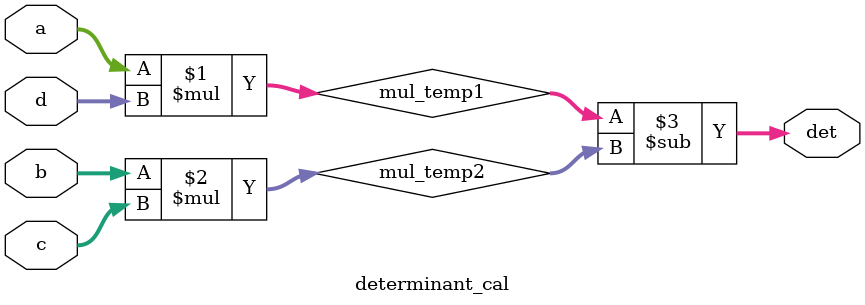
<source format=v>

`include "HAMMING_IP.v"
//synopsys translate_on

module MDC(
    // Input signals
    clk,
	rst_n,
	in_valid,
    in_data, 
	in_mode,
    // Output signals
    out_valid, 
	out_data
);

// ===============================================================
// Input & Output Declaration
// ===============================================================
input clk, rst_n, in_valid;
input [8:0] in_mode;
input [14:0] in_data;

output reg out_valid;
output reg [206:0] out_data;

reg [4:0] mode_reg;
reg signed [10:0] matrix [0:15];
reg [1:0] current_state, next_state;
reg signed [206:0] out_temp;
reg signed [10:0] U1_a, U1_b, U1_c, U1_d;
reg signed [10:0] U2_a, U2_b, U2_c, U2_d;
reg signed [22:0] det_1, det_2, det_3, det_4, det_5;
reg signed [35:0] temp_12, temp_13, temp_14, temp_15;
reg [3:0] count;

wire signed [22:0] U1_det, U2_det;
wire [8:0] IN_code_mode;
wire [4:0] OUT_code_mode;
wire [14:0] IN_code_data;
wire signed [10:0] OUT_code_data;


parameter IDLE = 2'd0;
parameter INPUT = 2'd1;
parameter OUTPUT = 2'd2;

HAMMING_IP #(.IP_BIT(5)) HAMMING_IP_mode(.IN_code(IN_code_mode), .OUT_code(OUT_code_mode)); 
HAMMING_IP #(.IP_BIT(11)) HAMMING_IP_data(.IN_code(IN_code_data), .OUT_code(OUT_code_data)); 

determinant_cal U1 (.a(U1_a), .b(U1_b), .c(U1_c), .d(U1_d), .det(U1_det));
determinant_cal U2 (.a(U2_a), .b(U2_b), .c(U2_c), .d(U2_d), .det(U2_det));


always @(posedge clk or negedge rst_n) begin
    if (!rst_n) begin
        current_state <= IDLE;
    end else begin
        current_state <= next_state;
    end
end

always @(*) begin
    case (next_state)
        IDLE: next_state = (in_valid) ? INPUT : IDLE;
        INPUT: next_state = (!in_valid) ? IDLE : INPUT;
        default: next_state = IDLE;
    endcase
end

assign IN_code_mode = (in_valid && current_state == IDLE) ? in_mode : 9'b0;
assign IN_code_data = (next_state == INPUT) ? in_data : 11'b0;

always @(posedge clk or negedge rst_n) begin
    if (!rst_n) begin
        mode_reg <= 5'd0;
    end else begin
        if (in_valid && current_state == IDLE) begin
            mode_reg <= OUT_code_mode;
        end 
    end
end


genvar i;
generate
    for (i = 0; i < 16; i = i + 1) begin
        always @(posedge clk or negedge rst_n) begin
            if (!rst_n) begin
                matrix[i] <= 11'b0;
            end else begin
                if (next_state == INPUT) begin
                    if (count == i) begin
                        matrix[i] <= OUT_code_data;
                    end
                end else begin
                    matrix[i] <= 11'b0;
                end
            end
        end
    end
endgenerate

always @(posedge clk or negedge rst_n) begin
    if (!rst_n) begin
        count <= 4'd0;
    end else begin
        if (next_state == INPUT) begin
            count <= count + 1;
        end else begin
            count <= 0;
        end
    end
end 

always @(posedge clk or negedge rst_n) begin 
    if (!rst_n) begin
        out_temp <= 207'b0;
    end else begin
        if (current_state == IDLE) begin
            out_temp <= 207'b0;
        end else begin
            case (mode_reg)
                5'b00100: begin
                    case (count)
                        4'd0: if (!in_valid && current_state == INPUT) out_temp[22:0] <= U1_det;
                        4'd6: out_temp[206:184] <= U1_det;
                        4'd7: out_temp[183:161] <= U1_det;
                        4'd8: out_temp[160:138] <= U1_det;
                        4'd10: out_temp[137:115] <= U1_det;
                        4'd11: out_temp[114:92] <= U1_det;
                        4'd12: out_temp[91:69] <= U1_det;
                        4'd14: out_temp[68:46] <= U1_det;
                        4'd15: out_temp[45:23] <= U1_det;
                    endcase
                end

                5'b00110: begin
                    case (count)
                        4'd0: begin
                            if (!in_valid && current_state == INPUT) begin
                                out_temp[50:0] <= $signed(out_temp[50:0]) + (matrix[5] * U1_det - matrix[6] * U2_det);
                            end
                        end
                        4'd10: out_temp[203:153] <= matrix[2] * U1_det;
                        4'd11: begin
                            out_temp[203:153] <= $signed(out_temp[203:153]) + (matrix[0] * U1_det - matrix[1] * U2_det);
                            out_temp[152:102] <= matrix[3] * U1_det;
                        end
                        4'd12: out_temp[152:102] <= $signed(out_temp[152:102]) + (matrix[1] * U1_det - matrix[2] * U2_det);
                        4'd14: out_temp[101:51] <= matrix[6] * U1_det;
                        4'd15: begin
                            out_temp[101:51] <= $signed(out_temp[101:51]) + (matrix[4] * U1_det - matrix[5] * U2_det);
                            out_temp[50:0] <= matrix[7] * U1_det;
                        end
                    endcase
                end

                5'b10110: begin
                    case (count)
                        4'd0: if (!in_valid && current_state == INPUT) out_temp <= $signed(out_temp) + $signed(matrix[15]) * $signed(temp_15);
                        4'd13: out_temp <= - $signed(matrix[12]) * $signed(temp_12);
                        4'd14: out_temp <= $signed(out_temp) + $signed(matrix[13]) * $signed(temp_13);
                        4'd15: out_temp <= $signed(out_temp) - $signed(matrix[14]) * $signed(temp_14);
                    endcase
                end 

                default: out_temp <= 207'b0;
            endcase
        end
    end
end

always @(posedge clk or negedge rst_n) begin
    if (!rst_n) begin
        det_1 <= 23'b0;
    end else begin
        if (current_state == INPUT) begin
            if (mode_reg == 5'b10110) begin
                if (count == 4'd6) begin
                    det_1 <= U1_det;
                end
            end
        end else begin
            det_1 <= 23'b0;
        end
    end
end

always @(posedge clk or negedge rst_n) begin
    if (!rst_n) begin
        det_2 <= 23'b0;
    end else begin
        if (current_state == INPUT) begin
            if (mode_reg == 5'b10110) begin
                if (count == 4'd7) begin
                    det_2 <= U1_det;
                end
            end
        end else begin
            det_2 <= 23'b0;
        end
    end
end

always @(posedge clk or negedge rst_n) begin
    if (!rst_n) begin
        det_3 <= 23'b0;
    end else begin
        if (current_state == INPUT) begin
            if (mode_reg == 5'b10110) begin
                if (count == 4'd8) begin
                    det_3 <= U1_det;
                end else if (count == 4'd11) begin
                    det_3 <= U1_det;
                end
            end
        end else begin
            det_3 <= 23'b0;
        end
    end
end

always @(posedge clk or negedge rst_n) begin
    if (!rst_n) begin
        det_4 <= 23'b0;
    end else begin
        if (current_state == INPUT) begin
            if (mode_reg == 5'b10110) begin
                if (count == 4'd9) begin
                    det_4 <= U1_det;
                end
            end
        end else begin
            det_4 <= 23'b0;
        end 
    end
end

always @(posedge clk or negedge rst_n) begin
    if (!rst_n) begin
        det_5 <= 23'b0;
    end else begin
        if (current_state == INPUT) begin
            if (mode_reg == 5'b10110) begin
                if (count == 4'd10) begin
                    det_5 <= U1_det;
                end
            end
        end else begin
            det_5 <= 23'b0;
        end 
    end
end

always @(posedge clk or negedge rst_n) begin
    if (!rst_n) begin
        temp_12 <= 36'b0;
    end else begin
        if (current_state == INPUT) begin
            if (mode_reg == 5'b10110) begin
                case (count)
                    4'd10: temp_12 <= matrix[9] * det_3;
                    4'd11: temp_12 <= temp_12 - matrix[10] * det_4;
                    4'd12: temp_12 <= temp_12 + matrix[11] * det_2;
                endcase
            end
        end else begin
            temp_12 <= 36'b0;
        end
    end
end

always @(posedge clk or negedge rst_n) begin
    if (!rst_n) begin
        temp_13 <= 36'b0;
    end else begin
        if (current_state == INPUT) begin
            if (mode_reg == 5'b10110) begin
                case (count) 
                    4'd9: temp_13 <= matrix[8] * det_3;
                    4'd11: temp_13 <= temp_13 - matrix[10] * U1_det;
                    4'd12: temp_13 <= temp_13 + matrix[11] * det_5;
                endcase
            end
        end else begin
            temp_13 <= 36'b0;
        end
    end
end

always @(posedge clk or negedge rst_n) begin
    if (!rst_n) begin
        temp_14 <= 36'b0;
    end else begin
        if (current_state == INPUT) begin
            if (mode_reg == 5'b10110) begin
                case (count)
                    4'd10: temp_14 <= matrix[8] * det_4;
                    4'd12: temp_14 <= temp_14 + - matrix[9] * det_3;
                    4'd13: temp_14 <= temp_14 + matrix[11] * det_1;
                endcase
            end
        end else begin
            temp_14 <= 36'b0;
        end
    end
end 

always @(posedge clk or negedge rst_n) begin
    if (!rst_n) begin
        temp_15 <= 36'b0;
    end else begin
        if (current_state == INPUT) begin
            if (mode_reg == 5'b10110) begin
                case (count) 
                    4'd9: temp_15 <= matrix[8] * det_2;
                    4'd11: temp_15 <= temp_15 - matrix[9] * det_5;
                    4'd12: temp_15 <= temp_15 + matrix[10] * det_1;
                endcase
            end
        end else begin
            temp_15 <= 36'b0;
        end
    end
end

always @(*) begin                           // U1_a
    case (mode_reg)
        5'b00100: begin
            case (count)
                4'd0: U1_a = (!in_valid && current_state == INPUT) ? matrix[10] : 11'b0;
                4'd6: U1_a = matrix[0];
                4'd7: U1_a = matrix[1];
                4'd8: U1_a = matrix[2];
                4'd10: U1_a = matrix[4];
                4'd11: U1_a = matrix[5];
                4'd12: U1_a = matrix[6];
                4'd14: U1_a = matrix[8];
                4'd15: U1_a = matrix[9];
                default: U1_a = 11'b0;
            endcase
        end

        5'b00110: begin
            case (count) 
                4'd0: U1_a = (!in_valid && current_state == INPUT) ? matrix[10] : 11'b0;
                4'd10: U1_a = matrix[4];
                4'd11: U1_a = matrix[5];
                4'd12: U1_a = matrix[6];
                4'd14: U1_a = matrix[8];
                4'd15: U1_a = matrix[9];
                default: U1_a = 11'b0;
            endcase
        end

        5'b10110: begin
            case (count) 
                4'd6: U1_a = matrix[0];
                4'd7: U1_a = matrix[1];
                4'd8: U1_a = matrix[2];
                4'd9: U1_a = matrix[1];
                4'd10: U1_a = matrix[0];
                4'd11: U1_a = matrix[0];
                default: U1_a = 11'b0;
            endcase
        end

        default: U1_a = 11'b0;
    endcase
end

always @(*) begin                           // U1_b
    case (mode_reg)
        5'b00100: begin
            case (count)
                4'd0: U1_b = (!in_valid && current_state == INPUT) ? matrix[11] : 11'b0;
                4'd6: U1_b = matrix[1];
                4'd7: U1_b = matrix[2];
                4'd8: U1_b = matrix[3];
                4'd10: U1_b = matrix[5];
                4'd11: U1_b = matrix[6];
                4'd12: U1_b = matrix[7];
                4'd14: U1_b = matrix[9];
                4'd15: U1_b = matrix[10];
                default: U1_b = 11'b0;
            endcase
        end

        5'b00110: begin
            case (count)
                4'd0: U1_b = (!in_valid && current_state == INPUT) ? matrix[11] : 11'b0;
                4'd10: U1_b = matrix[5];
                4'd11: U1_b = matrix[6];
                4'd12: U1_b = matrix[7];
                4'd14: U1_b = matrix[9];
                4'd15: U1_b = matrix[10];
                default: U1_b = 11'b0;
            endcase
        end

        5'b10110: begin
            case (count)
                4'd6: U1_b = matrix[1];
                4'd7: U1_b = matrix[2];
                4'd8: U1_b = matrix[3];
                4'd9: U1_b = matrix[3];
                4'd10: U1_b = matrix[2];
                4'd11: U1_b = matrix[3];
                default: U1_b = 11'b0;
            endcase
        end
        default: U1_b = 11'b0;
    endcase
end

always @(*) begin                           // U1_c
    case (mode_reg)
        5'b00100: begin
            case (count)
                4'd0: U1_c = (!in_valid && current_state == INPUT) ? matrix[14] : 11'b0;
                4'd6: U1_c = matrix[4];
                4'd7: U1_c = matrix[5];
                4'd8: U1_c = matrix[6];
                4'd10: U1_c = matrix[8];
                4'd11: U1_c = matrix[9];
                4'd12: U1_c = matrix[10];
                4'd14: U1_c = matrix[12];
                4'd15: U1_c = matrix[13];
                default: U1_c = 11'b0;
            endcase
        end

        5'b00110: begin
            case (count)
                4'd0: U1_c = (!in_valid && current_state == INPUT) ? matrix[14] : 11'b0;
                4'd10: U1_c = matrix[8];
                4'd11: U1_c = matrix[9];
                4'd12: U1_c = matrix[10];
                4'd14: U1_c = matrix[12];
                4'd15: U1_c = matrix[13];
                default: U1_c = 11'b0;
            endcase
        end

        5'b10110: begin
            case (count)
                4'd6: U1_c = matrix[4];
                4'd7: U1_c = matrix[5];
                4'd8: U1_c = matrix[6];
                4'd9: U1_c = matrix[5];
                4'd10: U1_c = matrix[4];
                4'd11: U1_c = matrix[4];
                default: U1_c = 11'b0;
            endcase
        end
        default: U1_c = 11'b0;
    endcase
end

always @(*) begin                           // U1_d
    case (mode_reg)
        5'b00100: begin
            case (count)
                4'd0: U1_d = (!in_valid && current_state == INPUT) ? matrix[15] : 11'b0;
                4'd6: U1_d = matrix[5];
                4'd7: U1_d = matrix[6];
                4'd8: U1_d = matrix[7];
                4'd10: U1_d = matrix[9];
                4'd11: U1_d = matrix[10];
                4'd12: U1_d = matrix[11];
                4'd14: U1_d = matrix[13];
                4'd15: U1_d = matrix[14];
                default: U1_d = 11'b0;
            endcase
        end

        5'b00110: begin
            case (count)
                4'd0: U1_d = (!in_valid && current_state == INPUT) ? matrix[15] : 11'b0;
                4'd10: U1_d = matrix[9];
                4'd11: U1_d = matrix[10];
                4'd12: U1_d = matrix[11];
                4'd14: U1_d = matrix[13];
                4'd15: U1_d = matrix[14];
                default: U1_d = 11'b0;
            endcase
        end

        5'b10110: begin
            case (count)
                4'd6: U1_d = matrix[5];
                4'd7: U1_d = matrix[6];
                4'd8: U1_d = matrix[7];
                4'd9: U1_d = matrix[7];
                4'd10: U1_d = matrix[6];
                4'd11: U1_d = matrix[7];
                default: U1_d = 11'b0;
            endcase
        end
        default: U1_d = 11'b0;
    endcase
end

always @(*) begin                           // U2_a
    case (mode_reg)
        5'b00110: begin
            case (count) 
                4'd0: U2_a =  (!in_valid && current_state == INPUT) ? matrix[9] : 11'b0;
                4'd11: U2_a = matrix[4];
                4'd12: U2_a = matrix[5];
                4'd15: U2_a = matrix[8];
                default: U2_a = 11'b0;
            endcase
        end
        default: U2_a = 11'b0;
    endcase
end

always @(*) begin                           // U2_b
    case (mode_reg)
        5'b00110: begin
            case (count) 
                4'd0: U2_b =  (!in_valid && current_state == INPUT) ? matrix[11] : 11'b0;
                4'd11: U2_b = matrix[6];
                4'd12: U2_b = matrix[7];
                4'd15: U2_b = matrix[10];
                default: U2_b = 11'b0;
            endcase
        end
        default: U2_b = 11'b0;
    endcase
end

always @(*) begin                           // U2_c
    case (mode_reg)
        5'b00110: begin
            case (count) 
                4'd0: U2_c =  (!in_valid && current_state == INPUT) ? matrix[13] : 11'b0;
                4'd11: U2_c = matrix[8];
                4'd12: U2_c = matrix[9];
                4'd15: U2_c = matrix[12];
                default: U2_c = 11'b0;
            endcase
        end
        default: U2_c = 11'b0;
    endcase
end

always @(*) begin                           // U2_d
    case (mode_reg)
        5'b00110: begin
            case (count) 
                4'd0: U2_d =  (!in_valid && current_state == INPUT) ? matrix[15] : 11'b0;
                4'd11: U2_d = matrix[10];
                4'd12: U2_d = matrix[11];
                4'd15: U2_d = matrix[14];
                default: U2_d = 11'b0;
            endcase
        end
        default: U2_d = 11'b0;
    endcase
end

always @(posedge clk or negedge rst_n) begin
    if(!rst_n) begin
        out_valid <= 1'b0;
    end else begin
        if (current_state == INPUT && !in_valid) begin
            out_valid <= 1'b1;
        end else begin
            out_valid <= 1'b0;
        end
    end
end

always @(*) begin
    if (out_valid) begin
        out_data = out_temp;
    end else begin
        out_data = 207'b0;
    end
end



endmodule

module determinant_cal (
    input signed [10:0] a,
    input signed [10:0] b,
    input signed [10:0] c,
    input signed [10:0] d,
    output signed [22:0] det
);

wire signed [21:0] mul_temp1, mul_temp2;

assign mul_temp1 = a * d;
assign mul_temp2 = b * c;
assign det = mul_temp1 - mul_temp2;

endmodule
</source>
